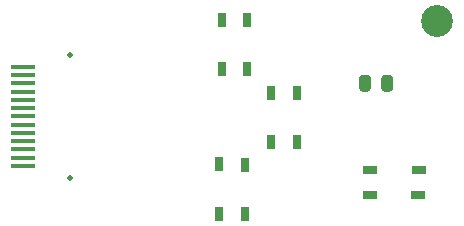
<source format=gtp>
G04 #@! TF.GenerationSoftware,KiCad,Pcbnew,(5.1.10-1-10_14)*
G04 #@! TF.CreationDate,2021-11-14T21:27:09+03:00*
G04 #@! TF.ProjectId,IR_iButton,49525f69-4275-4747-946f-6e2e6b696361,rev?*
G04 #@! TF.SameCoordinates,Original*
G04 #@! TF.FileFunction,Paste,Top*
G04 #@! TF.FilePolarity,Positive*
%FSLAX46Y46*%
G04 Gerber Fmt 4.6, Leading zero omitted, Abs format (unit mm)*
G04 Created by KiCad (PCBNEW (5.1.10-1-10_14)) date 2021-11-14 21:27:09*
%MOMM*%
%LPD*%
G01*
G04 APERTURE LIST*
%ADD10C,0.500000*%
%ADD11R,2.000000X0.400000*%
%ADD12C,2.700000*%
%ADD13R,0.650000X1.200000*%
%ADD14R,1.200000X0.650000*%
G04 APERTURE END LIST*
D10*
X198000000Y-116200000D03*
X198000000Y-105800000D03*
D11*
X194000000Y-115200000D03*
X194000000Y-114500000D03*
X194000000Y-113800000D03*
X194000000Y-113100000D03*
X194000000Y-112400000D03*
X194000000Y-111700000D03*
X194000000Y-111000000D03*
X194000000Y-110300000D03*
X194000000Y-109600000D03*
X194000000Y-108900000D03*
X194000000Y-108200000D03*
X194000000Y-107500000D03*
X194000000Y-106800000D03*
D12*
X229100000Y-102900000D03*
D13*
X212775000Y-115100000D03*
X210625000Y-115075000D03*
X212775000Y-119225000D03*
X210625000Y-119225000D03*
D14*
X227490000Y-117685000D03*
X227515000Y-115535000D03*
X223365000Y-117685000D03*
X223365000Y-115535000D03*
D13*
X212975000Y-102850000D03*
X210825000Y-102825000D03*
X212975000Y-106975000D03*
X210825000Y-106975000D03*
X217175000Y-109050000D03*
X215025000Y-109025000D03*
X217175000Y-113175000D03*
X215025000Y-113175000D03*
G36*
G01*
X223450000Y-107743750D02*
X223450000Y-108656250D01*
G75*
G02*
X223206250Y-108900000I-243750J0D01*
G01*
X222718750Y-108900000D01*
G75*
G02*
X222475000Y-108656250I0J243750D01*
G01*
X222475000Y-107743750D01*
G75*
G02*
X222718750Y-107500000I243750J0D01*
G01*
X223206250Y-107500000D01*
G75*
G02*
X223450000Y-107743750I0J-243750D01*
G01*
G37*
G36*
G01*
X225325000Y-107743750D02*
X225325000Y-108656250D01*
G75*
G02*
X225081250Y-108900000I-243750J0D01*
G01*
X224593750Y-108900000D01*
G75*
G02*
X224350000Y-108656250I0J243750D01*
G01*
X224350000Y-107743750D01*
G75*
G02*
X224593750Y-107500000I243750J0D01*
G01*
X225081250Y-107500000D01*
G75*
G02*
X225325000Y-107743750I0J-243750D01*
G01*
G37*
M02*

</source>
